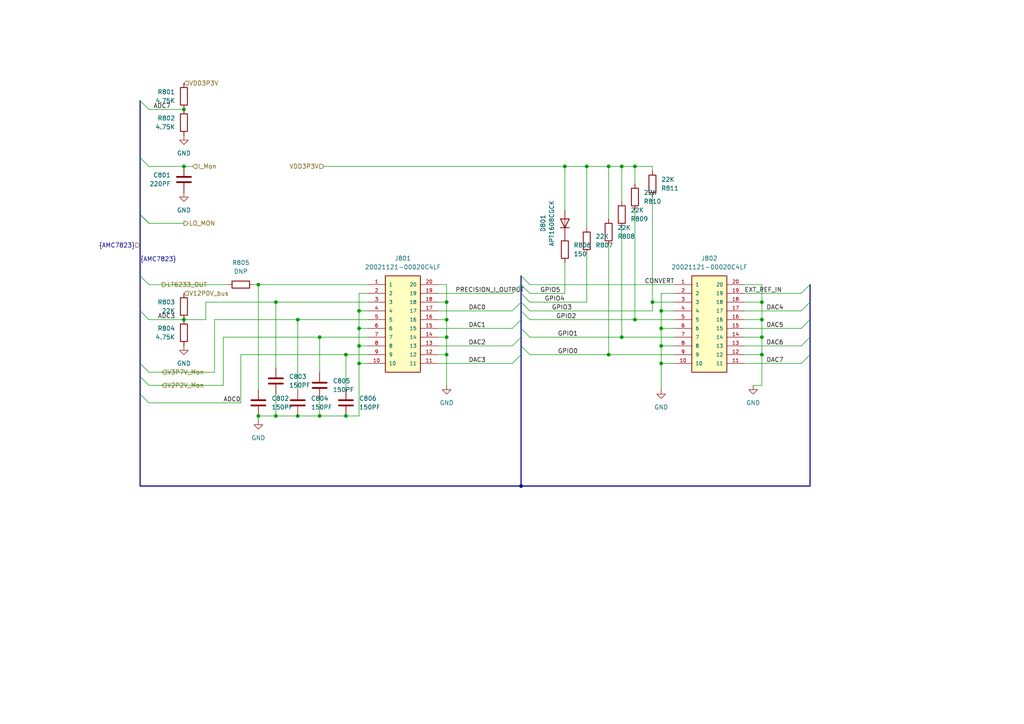
<source format=kicad_sch>
(kicad_sch (version 20231120) (generator "eeschema") (generator_version "8.0")
  (paper "A4")
  (lib_symbols
    (symbol "001_symbol:20021121-00020C4LF" (pin_names (offset 1.016))
      (property "Reference" "J" (at -5.087 12.7175 0))
      (property "Value" "20021121-00020C4LF" (at -5.0855 -17.7993 0))
      (symbol "20021121-00020C4LF_0_0"
        (rectangle (start -5.08 -15.24) (end 5.08 12.7) (stroke (width 0.254)) (fill (type background)))
        (pin passive line (at -10.16 10.16 0) (length 5.08) (name "1") (number "1"))
        (pin passive line (at -10.16 -12.7 0) (length 5.08) (name "10") (number "10"))
        (pin passive line (at 10.16 -12.7 180) (length 5.08) (name "11") (number "11"))
        (pin passive line (at 10.16 -10.16 180) (length 5.08) (name "12") (number "12"))
        (pin passive line (at 10.16 -7.62 180) (length 5.08) (name "13") (number "13"))
        (pin passive line (at 10.16 -5.08 180) (length 5.08) (name "14") (number "14"))
        (pin passive line (at 10.16 -2.54 180) (length 5.08) (name "15") (number "15"))
        (pin passive line (at 10.16 0 180) (length 5.08) (name "16") (number "16"))
        (pin passive line (at 10.16 2.54 180) (length 5.08) (name "17") (number "17"))
        (pin passive line (at 10.16 5.08 180) (length 5.08) (name "18") (number "18"))
        (pin passive line (at 10.16 7.62 180) (length 5.08) (name "19") (number "19"))
        (pin passive line (at -10.16 7.62 0) (length 5.08) (name "2") (number "2"))
        (pin passive line (at 10.16 10.16 180) (length 5.08) (name "20") (number "20"))
        (pin passive line (at -10.16 5.08 0) (length 5.08) (name "3") (number "3"))
        (pin passive line (at -10.16 2.54 0) (length 5.08) (name "4") (number "4"))
        (pin passive line (at -10.16 0 0) (length 5.08) (name "5") (number "5"))
        (pin passive line (at -10.16 -2.54 0) (length 5.08) (name "6") (number "6"))
        (pin passive line (at -10.16 -5.08 0) (length 5.08) (name "7") (number "7"))
        (pin passive line (at -10.16 -7.62 0) (length 5.08) (name "8") (number "8"))
        (pin passive line (at -10.16 -10.16 0) (length 5.08) (name "9") (number "9"))
      )
    )
    (symbol "Device:C" (pin_numbers hide) (pin_names (offset 0.254))
      (property "Reference" "C" (at 0.635 2.54 0))
      (property "Value" "C" (at 0.635 -2.54 0))
      (symbol "C_0_1"
        (polyline (pts (xy -2.032 -0.762) (xy 2.032 -0.762)) (stroke (width 0.508)))
        (polyline (pts (xy -2.032 0.762) (xy 2.032 0.762)) (stroke (width 0.508)))
      )
      (symbol "C_1_1"
        (pin passive line (at 0 3.81 270) (length 2.794) (name "~") (number "1"))
        (pin passive line (at 0 -3.81 90) (length 2.794) (name "~") (number "2"))
      )
    )
    (symbol "Device:D" (pin_numbers hide) (pin_names (offset 1.016) hide)
      (property "Reference" "D" (at 0 2.54 0))
      (property "Value" "D" (at 0 -2.54 0))
      (symbol "D_0_1"
        (polyline (pts (xy -1.27 1.27) (xy -1.27 -1.27)) (stroke (width 0.254)))
        (polyline (pts (xy 1.27 0) (xy -1.27 0)))
        (polyline (pts (xy 1.27 1.27) (xy 1.27 -1.27) (xy -1.27 0) (xy 1.27 1.27)) (stroke (width 0.254)))
      )
      (symbol "D_1_1"
        (pin passive line (at -3.81 0 0) (length 2.54) (name "K") (number "1"))
        (pin passive line (at 3.81 0 180) (length 2.54) (name "A") (number "2"))
      )
    )
    (symbol "Device:R" (pin_numbers hide) (pin_names (offset 0))
      (property "Reference" "R" (at 2.032 0 90))
      (property "Value" "R" (at 0 0 90))
      (symbol "R_0_1"
        (rectangle (start -1.016 -2.54) (end 1.016 2.54) (stroke (width 0.254)))
      )
      (symbol "R_1_1"
        (pin passive line (at 0 3.81 270) (length 1.27) (name "~") (number "1"))
        (pin passive line (at 0 -3.81 90) (length 1.27) (name "~") (number "2"))
      )
    )
    (symbol "power:GND" (power) (pin_numbers hide) (pin_names (offset 0) hide)
      (property "Value" "GND" (at 0 -3.81 0))
      (symbol "GND_0_1"
        (polyline (pts (xy 0 0) (xy 0 -1.27) (xy 1.27 -1.27) (xy 0 -2.54) (xy -1.27 -1.27) (xy 0 -1.27)))
      )
      (symbol "GND_1_1"
        (pin power_in line (at 0 0 270) (length 0) (name "~") (number "1"))
      )
    )
  )
  (junction (at 104.14 105.41))
  (junction (at 129.54 92.71))
  (junction (at 53.34 31.75))
  (junction (at 191.77 95.25))
  (junction (at 104.14 90.17))
  (junction (at 191.77 90.17))
  (junction (at 176.53 48.26))
  (junction (at 191.77 100.33))
  (junction (at 220.98 102.87))
  (junction (at 189.23 87.63))
  (junction (at 170.18 48.26))
  (junction (at 100.33 102.87))
  (junction (at 163.83 48.26))
  (junction (at 180.34 97.79))
  (junction (at 191.77 105.41))
  (junction (at 92.71 120.65))
  (junction (at 151.13 140.97))
  (junction (at 129.54 87.63))
  (junction (at 80.01 120.65))
  (junction (at 53.34 48.26))
  (junction (at 100.33 120.65))
  (junction (at 180.34 48.26))
  (junction (at 220.98 92.71))
  (junction (at 220.98 97.79))
  (junction (at 86.36 120.65))
  (junction (at 176.53 102.87))
  (junction (at 92.71 97.79))
  (junction (at 80.01 87.63))
  (junction (at 129.54 102.87))
  (junction (at 129.54 97.79))
  (junction (at 184.15 48.26))
  (junction (at 220.98 87.63))
  (junction (at 74.93 82.55))
  (junction (at 74.93 120.65))
  (junction (at 104.14 95.25))
  (junction (at 104.14 100.33))
  (junction (at 184.15 92.71))
  (junction (at 86.36 92.71))
  (junction (at 53.34 92.71))
  (bus_entry (at 40.64 105.41) (size 2.54 2.54))
  (bus_entry (at 40.64 80.01) (size 2.54 2.54))
  (bus_entry (at 151.13 97.79) (size -2.54 2.54))
  (bus_entry (at 40.64 29.21) (size 2.54 2.54))
  (bus_entry (at 151.13 80.01) (size 2.54 2.54))
  (bus_entry (at 234.95 102.87) (size -2.54 2.54))
  (bus_entry (at 151.13 95.25) (size 2.54 2.54))
  (bus_entry (at 151.13 92.71) (size -2.54 2.54))
  (bus_entry (at 151.13 87.63) (size 2.54 2.54))
  (bus_entry (at 151.13 102.87) (size -2.54 2.54))
  (bus_entry (at 151.13 85.09) (size 2.54 2.54))
  (bus_entry (at 151.13 82.55) (size 2.54 2.54))
  (bus_entry (at 151.13 90.17) (size 2.54 2.54))
  (bus_entry (at 40.64 45.72) (size 2.54 2.54))
  (bus_entry (at 234.95 87.63) (size -2.54 2.54))
  (bus_entry (at 40.64 109.22) (size 2.54 2.54))
  (bus_entry (at 40.64 90.17) (size 2.54 2.54))
  (bus_entry (at 234.95 97.79) (size -2.54 2.54))
  (bus_entry (at 40.64 62.23) (size 2.54 2.54))
  (bus_entry (at 40.64 62.23) (size 2.54 2.54))
  (bus_entry (at 151.13 87.63) (size -2.54 2.54))
  (bus_entry (at 234.95 82.55) (size -2.54 2.54))
  (bus_entry (at 40.64 114.3) (size 2.54 2.54))
  (bus_entry (at 151.13 100.33) (size 2.54 2.54))
  (bus_entry (at 234.95 92.71) (size -2.54 2.54))
  (bus_entry (at 151.13 82.55) (size -2.54 2.54))
  (wire (pts (xy 170.18 48.26) (xy 170.18 66.04)))
  (wire (pts (xy 92.71 115.57) (xy 92.71 120.65)))
  (wire (pts (xy 176.53 48.26) (xy 176.53 63.5)))
  (wire (pts (xy 215.9 105.41) (xy 232.41 105.41)))
  (wire (pts (xy 232.41 85.09) (xy 215.9 85.09)))
  (bus (pts (xy 151.13 92.71) (xy 151.13 95.25)))
  (wire (pts (xy 74.93 120.65) (xy 74.93 121.92)))
  (wire (pts (xy 215.9 95.25) (xy 232.41 95.25)))
  (wire (pts (xy 195.58 102.87) (xy 176.53 102.87)))
  (wire (pts (xy 191.77 100.33) (xy 195.58 100.33)))
  (wire (pts (xy 215.9 90.17) (xy 232.41 90.17)))
  (wire (pts (xy 180.34 66.04) (xy 180.34 97.79)))
  (wire (pts (xy 129.54 82.55) (xy 129.54 87.63)))
  (wire (pts (xy 184.15 48.26) (xy 189.23 48.26)))
  (wire (pts (xy 153.67 92.71) (xy 184.15 92.71)))
  (bus (pts (xy 151.13 90.17) (xy 151.13 92.71)))
  (wire (pts (xy 220.98 82.55) (xy 220.98 87.63)))
  (wire (pts (xy 215.9 102.87) (xy 220.98 102.87)))
  (wire (pts (xy 129.54 92.71) (xy 129.54 87.63)))
  (wire (pts (xy 191.77 85.09) (xy 191.77 90.17)))
  (wire (pts (xy 127 92.71) (xy 129.54 92.71)))
  (wire (pts (xy 86.36 92.71) (xy 106.68 92.71)))
  (wire (pts (xy 104.14 95.25) (xy 106.68 95.25)))
  (wire (pts (xy 195.58 92.71) (xy 184.15 92.71)))
  (bus (pts (xy 151.13 100.33) (xy 151.13 102.87)))
  (wire (pts (xy 43.18 111.76) (xy 64.77 111.76)))
  (wire (pts (xy 191.77 105.41) (xy 195.58 105.41)))
  (wire (pts (xy 53.34 31.75) (xy 43.18 31.75)))
  (bus (pts (xy 151.13 97.79) (xy 151.13 100.33)))
  (wire (pts (xy 92.71 97.79) (xy 106.68 97.79)))
  (wire (pts (xy 127 100.33) (xy 148.59 100.33)))
  (wire (pts (xy 64.77 111.76) (xy 64.77 97.79)))
  (bus (pts (xy 151.13 102.87) (xy 151.13 140.97)))
  (wire (pts (xy 153.67 87.63) (xy 170.18 87.63)))
  (wire (pts (xy 53.34 92.71) (xy 43.18 92.71)))
  (wire (pts (xy 59.69 87.63) (xy 80.01 87.63)))
  (bus (pts (xy 40.64 114.3) (xy 40.64 140.97)))
  (wire (pts (xy 74.93 120.65) (xy 80.01 120.65)))
  (bus (pts (xy 40.64 105.41) (xy 40.64 109.22)))
  (wire (pts (xy 180.34 48.26) (xy 180.34 58.42)))
  (wire (pts (xy 100.33 102.87) (xy 106.68 102.87)))
  (wire (pts (xy 62.23 107.95) (xy 62.23 92.71)))
  (wire (pts (xy 215.9 92.71) (xy 220.98 92.71)))
  (wire (pts (xy 189.23 87.63) (xy 189.23 57.15)))
  (wire (pts (xy 153.67 97.79) (xy 180.34 97.79)))
  (wire (pts (xy 163.83 48.26) (xy 170.18 48.26)))
  (wire (pts (xy 195.58 97.79) (xy 180.34 97.79)))
  (bus (pts (xy 151.13 140.97) (xy 234.95 140.97)))
  (wire (pts (xy 104.14 85.09) (xy 104.14 90.17)))
  (wire (pts (xy 153.67 90.17) (xy 189.23 90.17)))
  (wire (pts (xy 153.67 102.87) (xy 176.53 102.87)))
  (wire (pts (xy 106.68 85.09) (xy 104.14 85.09)))
  (wire (pts (xy 129.54 97.79) (xy 129.54 92.71)))
  (wire (pts (xy 191.77 105.41) (xy 191.77 113.03)))
  (wire (pts (xy 127 97.79) (xy 129.54 97.79)))
  (wire (pts (xy 86.36 120.65) (xy 92.71 120.65)))
  (wire (pts (xy 127 90.17) (xy 148.59 90.17)))
  (wire (pts (xy 220.98 102.87) (xy 220.98 111.76)))
  (wire (pts (xy 53.34 48.26) (xy 43.18 48.26)))
  (wire (pts (xy 191.77 100.33) (xy 191.77 105.41)))
  (wire (pts (xy 69.85 116.84) (xy 69.85 102.87)))
  (wire (pts (xy 220.98 87.63) (xy 220.98 92.71)))
  (bus (pts (xy 40.64 80.01) (xy 40.64 90.17)))
  (wire (pts (xy 80.01 120.65) (xy 86.36 120.65)))
  (wire (pts (xy 127 105.41) (xy 148.59 105.41)))
  (wire (pts (xy 191.77 95.25) (xy 191.77 100.33)))
  (wire (pts (xy 191.77 95.25) (xy 195.58 95.25)))
  (wire (pts (xy 195.58 85.09) (xy 191.77 85.09)))
  (wire (pts (xy 220.98 111.76) (xy 218.44 111.76)))
  (wire (pts (xy 153.67 82.55) (xy 195.58 82.55)))
  (wire (pts (xy 195.58 87.63) (xy 189.23 87.63)))
  (wire (pts (xy 189.23 48.26) (xy 189.23 49.53)))
  (bus (pts (xy 151.13 82.55) (xy 151.13 85.09)))
  (wire (pts (xy 104.14 90.17) (xy 106.68 90.17)))
  (wire (pts (xy 176.53 102.87) (xy 176.53 71.12)))
  (bus (pts (xy 40.64 90.17) (xy 40.64 105.41)))
  (bus (pts (xy 151.13 80.01) (xy 151.13 82.55)))
  (wire (pts (xy 127 85.09) (xy 148.59 85.09)))
  (wire (pts (xy 64.77 97.79) (xy 92.71 97.79)))
  (bus (pts (xy 234.95 97.79) (xy 234.95 102.87)))
  (bus (pts (xy 151.13 87.63) (xy 151.13 90.17)))
  (bus (pts (xy 40.64 29.21) (xy 40.64 45.72)))
  (bus (pts (xy 151.13 85.09) (xy 151.13 87.63)))
  (wire (pts (xy 170.18 73.66) (xy 170.18 87.63)))
  (wire (pts (xy 163.83 76.2) (xy 163.83 85.09)))
  (wire (pts (xy 43.18 107.95) (xy 62.23 107.95)))
  (wire (pts (xy 129.54 82.55) (xy 127 82.55)))
  (wire (pts (xy 43.18 116.84) (xy 69.85 116.84)))
  (wire (pts (xy 220.98 97.79) (xy 220.98 102.87)))
  (wire (pts (xy 220.98 92.71) (xy 220.98 97.79)))
  (bus (pts (xy 234.95 82.55) (xy 234.95 87.63)))
  (wire (pts (xy 176.53 48.26) (xy 180.34 48.26)))
  (wire (pts (xy 163.83 48.26) (xy 163.83 60.96)))
  (wire (pts (xy 100.33 120.65) (xy 104.14 120.65)))
  (wire (pts (xy 104.14 100.33) (xy 104.14 105.41)))
  (wire (pts (xy 191.77 90.17) (xy 191.77 95.25)))
  (bus (pts (xy 151.13 95.25) (xy 151.13 97.79)))
  (wire (pts (xy 184.15 60.96) (xy 184.15 92.71)))
  (wire (pts (xy 215.9 82.55) (xy 220.98 82.55)))
  (wire (pts (xy 104.14 95.25) (xy 104.14 100.33)))
  (bus (pts (xy 234.95 140.97) (xy 234.95 102.87)))
  (wire (pts (xy 80.01 106.68) (xy 80.01 87.63)))
  (wire (pts (xy 215.9 97.79) (xy 220.98 97.79)))
  (wire (pts (xy 69.85 102.87) (xy 100.33 102.87)))
  (wire (pts (xy 74.93 82.55) (xy 73.66 82.55)))
  (wire (pts (xy 129.54 111.76) (xy 129.54 102.87)))
  (wire (pts (xy 43.18 82.55) (xy 66.04 82.55)))
  (wire (pts (xy 127 102.87) (xy 129.54 102.87)))
  (wire (pts (xy 104.14 100.33) (xy 106.68 100.33)))
  (wire (pts (xy 93.98 48.26) (xy 163.83 48.26)))
  (wire (pts (xy 104.14 105.41) (xy 106.68 105.41)))
  (wire (pts (xy 129.54 102.87) (xy 129.54 97.79)))
  (wire (pts (xy 55.88 48.26) (xy 53.34 48.26)))
  (wire (pts (xy 80.01 87.63) (xy 106.68 87.63)))
  (wire (pts (xy 104.14 105.41) (xy 104.14 120.65)))
  (wire (pts (xy 59.69 92.71) (xy 59.69 87.63)))
  (wire (pts (xy 180.34 48.26) (xy 184.15 48.26)))
  (wire (pts (xy 106.68 82.55) (xy 74.93 82.55)))
  (bus (pts (xy 234.95 87.63) (xy 234.95 92.71)))
  (wire (pts (xy 74.93 82.55) (xy 74.93 113.03)))
  (bus (pts (xy 234.95 92.71) (xy 234.95 97.79)))
  (wire (pts (xy 215.9 87.63) (xy 220.98 87.63)))
  (wire (pts (xy 43.18 64.77) (xy 53.34 64.77)))
  (bus (pts (xy 40.64 140.97) (xy 151.13 140.97)))
  (wire (pts (xy 127 87.63) (xy 129.54 87.63)))
  (wire (pts (xy 163.83 85.09) (xy 153.67 85.09)))
  (wire (pts (xy 100.33 113.03) (xy 100.33 102.87)))
  (wire (pts (xy 86.36 92.71) (xy 86.36 113.03)))
  (wire (pts (xy 62.23 92.71) (xy 86.36 92.71)))
  (bus (pts (xy 40.64 62.23) (xy 40.64 80.01)))
  (wire (pts (xy 189.23 90.17) (xy 189.23 87.63)))
  (wire (pts (xy 215.9 100.33) (xy 232.41 100.33)))
  (wire (pts (xy 80.01 114.3) (xy 80.01 120.65)))
  (wire (pts (xy 92.71 97.79) (xy 92.71 107.95)))
  (wire (pts (xy 92.71 120.65) (xy 100.33 120.65)))
  (wire (pts (xy 104.14 90.17) (xy 104.14 95.25)))
  (bus (pts (xy 40.64 45.72) (xy 40.64 62.23)))
  (wire (pts (xy 53.34 92.71) (xy 59.69 92.71)))
  (bus (pts (xy 40.64 109.22) (xy 40.64 114.3)))
  (wire (pts (xy 191.77 90.17) (xy 195.58 90.17)))
  (wire (pts (xy 170.18 48.26) (xy 176.53 48.26)))
  (wire (pts (xy 184.15 48.26) (xy 184.15 53.34)))
  (wire (pts (xy 127 95.25) (xy 148.59 95.25)))
  (label "DAC2" (at 135.89 100.33 0))
  (label "GPIO2" (at 161.29 92.71 0))
  (label "EXT_REF_IN" (at 215.9 85.09 0))
  (label "GPIO0" (at 167.64 102.87 180))
  (label "DAC5" (at 222.25 95.25 0))
  (label "GPIO1" (at 167.64 97.79 180))
  (label "DAC7" (at 222.25 105.41 0))
  (label "DAC3" (at 135.89 105.41 0))
  (label "GPIO4" (at 163.83 87.63 180))
  (label "GPIO3" (at 160.02 90.17 0))
  (label "DAC1" (at 135.89 95.25 0))
  (label "GPIO5" (at 162.56 85.09 180))
  (label "DAC6" (at 222.25 100.33 0))
  (label "PRECISION_I_OUTPUT" (at 132.08 85.09 0))
  (label "{AMC7823}" (at 40.64 76.2 0))
  (label "DAC4" (at 222.25 90.17 0))
  (label "DAC0" (at 135.89 90.17 0))
  (label "ADC3" (at 50.8 92.71 180))
  (label "CONVERT" (at 195.58 82.55 180))
  (label "ADC7" (at 49.53 31.75 180))
  (label "ADC0" (at 64.77 116.84 0))
  (hierarchical_label "V2P2V_Mon" (shape input) (at 46.99 111.76 0))
  (hierarchical_label "V12P0V_bus" (shape input) (at 53.34 85.09 0))
  (hierarchical_label "LT6233_OUT" (shape output) (at 46.99 82.55 0))
  (hierarchical_label "VDD3P3V" (shape input) (at 93.98 48.26 180))
  (hierarchical_label "I_Mon" (shape input) (at 55.88 48.26 0))
  (hierarchical_label "LO_MON" (shape output) (at 53.34 64.77 0))
  (hierarchical_label "VDD3P3V" (shape input) (at 53.34 24.13 0))
  (hierarchical_label "V3P7V_Mon" (shape input) (at 46.99 107.95 0))
  (hierarchical_label "{AMC7823}" (shape input) (at 40.64 71.12 180))
  (symbol (lib_id "Device:D") (at 163.83 64.77 90) (unit 1)
    (property "Reference" "D801" (at 157.48 64.77 0))
    (property "Value" "APT1608CGCK" (at 160.02 64.77 0))
    (property "Footprint" "LED_SMD:LED_0603_1608Metric" (effects (hide yes)))
    (property "Description" "Diode" (effects (hide yes)))
    (property "Vendor" "digikey:754-1116-1-ND" (effects (hide yes)))
  )
  (symbol (lib_id "001_symbol:20021121-00020C4LF") (at 205.74 92.71 0) (unit 1)
    (property "Reference" "J802" (at 205.74 74.93 0))
    (property "Value" "20021121-00020C4LF" (at 205.74 77.47 0))
    (property "Footprint" "001_download:AMPHENOL_20021121-00020C4LF" (effects (hide yes)))
    (property "Vendor" "digikey:609-3698-1-ND" (effects (hide yes)))
  )
  (symbol (lib_id "Device:R") (at 184.15 57.15 0) (mirror x) (unit 1)
    (property "Reference" "R810" (at 186.69 58.4201 0) (effects (justify left)))
    (property "Value" "22K" (at 186.69 55.8801 0) (effects (justify left)))
    (property "Footprint" "Resistor_SMD:R_0603_1608Metric" (effects (hide yes)))
    (property "Description" "Resistor" (effects (hide yes)))
    (property "Vendor" "digikey:311-22.0KHRCT-ND" (effects (hide yes)))
  )
  (symbol (lib_id "Device:R") (at 176.53 67.31 0) (mirror x) (unit 1)
    (property "Reference" "R808" (at 179.07 68.5801 0) (effects (justify left)))
    (property "Value" "22K" (at 179.07 66.0401 0) (effects (justify left)))
    (property "Footprint" "Resistor_SMD:R_0603_1608Metric" (effects (hide yes)))
    (property "Description" "Resistor" (effects (hide yes)))
    (property "Vendor" "digikey:311-22.0KHRCT-ND" (effects (hide yes)))
  )
  (symbol (lib_id "power:GND") (at 191.77 113.03 0) (mirror y) (unit 1)
    (property "Reference" "#PWR0806" (effects (hide yes)))
    (property "Value" "GND" (at 191.77 118.11 0))
    (property "Description" "Power symbol creates a global label with name \"GND\" , ground" (effects (hide yes)))
  )
  (symbol (lib_id "Device:R") (at 53.34 35.56 0) (mirror y) (unit 1)
    (property "Reference" "R802" (at 50.8 34.2899 0) (effects (justify left)))
    (property "Value" "4.75K" (at 50.8 36.8299 0) (effects (justify left)))
    (property "Footprint" "Resistor_SMD:R_0603_1608Metric" (effects (hide yes)))
    (property "Description" "Resistor" (effects (hide yes)))
    (property "Vendor" "digikey:311-4.75KHRCT-ND" (effects (hide yes)))
  )
  (symbol (lib_id "Device:R") (at 53.34 88.9 0) (mirror x) (unit 1)
    (property "Reference" "R803" (at 50.8 87.6299 0) (effects (justify right)))
    (property "Value" "22K" (at 50.8 90.1699 0) (effects (justify right)))
    (property "Footprint" "Resistor_SMD:R_0603_1608Metric" (effects (hide yes)))
    (property "Description" "Resistor" (effects (hide yes)))
    (property "Vendor" "digikey:311-22.0KHRCT-ND" (effects (hide yes)))
  )
  (symbol (lib_id "Device:R") (at 180.34 62.23 0) (mirror x) (unit 1)
    (property "Reference" "R809" (at 182.88 63.5001 0) (effects (justify left)))
    (property "Value" "22K" (at 182.88 60.9601 0) (effects (justify left)))
    (property "Footprint" "Resistor_SMD:R_0603_1608Metric" (effects (hide yes)))
    (property "Description" "Resistor" (effects (hide yes)))
    (property "Vendor" "digikey:311-22.0KHRCT-ND" (effects (hide yes)))
  )
  (symbol (lib_id "Device:C") (at 74.93 116.84 0) (unit 1)
    (property "Reference" "C802" (at 78.74 115.5699 0) (effects (justify left)))
    (property "Value" "150PF" (at 78.74 118.1099 0) (effects (justify left)))
    (property "Footprint" "Capacitor_SMD:C_0603_1608Metric" (effects (hide yes)))
    (property "Description" "Unpolarized capacitor" (effects (hide yes)))
    (property "Vendor" "digikey:1276-1280-1-ND" (effects (hide yes)))
  )
  (symbol (lib_id "Device:C") (at 86.36 116.84 0) (unit 1)
    (property "Reference" "C804" (at 90.17 115.5699 0) (effects (justify left)))
    (property "Value" "150PF" (at 90.17 118.1099 0) (effects (justify left)))
    (property "Footprint" "Capacitor_SMD:C_0603_1608Metric" (effects (hide yes)))
    (property "Description" "Unpolarized capacitor" (effects (hide yes)))
    (property "Vendor" "digikey:1276-1280-1-ND" (effects (hide yes)))
  )
  (symbol (lib_id "Device:C") (at 92.71 111.76 0) (unit 1)
    (property "Reference" "C805" (at 96.52 110.4899 0) (effects (justify left)))
    (property "Value" "150PF" (at 96.52 113.0299 0) (effects (justify left)))
    (property "Footprint" "Capacitor_SMD:C_0603_1608Metric" (effects (hide yes)))
    (property "Description" "Unpolarized capacitor" (effects (hide yes)))
    (property "Vendor" "digikey:1276-1280-1-ND" (effects (hide yes)))
  )
  (symbol (lib_id "power:GND") (at 53.34 39.37 0) (mirror y) (unit 1)
    (property "Reference" "#PWR0801" (effects (hide yes)))
    (property "Value" "GND" (at 53.34 44.45 0))
    (property "Description" "Power symbol creates a global label with name \"GND\" , ground" (effects (hide yes)))
  )
  (symbol (lib_id "power:GND") (at 129.54 111.76 0) (mirror y) (unit 1)
    (property "Reference" "#PWR0805" (effects (hide yes)))
    (property "Value" "GND" (at 129.54 116.84 0))
    (property "Description" "Power symbol creates a global label with name \"GND\" , ground" (effects (hide yes)))
  )
  (symbol (lib_id "Device:C") (at 53.34 52.07 0) (mirror x) (unit 1)
    (property "Reference" "C801" (at 49.53 50.7999 0) (effects (justify right)))
    (property "Value" "220PF" (at 49.53 53.3399 0) (effects (justify right)))
    (property "Footprint" "Capacitor_SMD:C_0402_1005Metric" (effects (hide yes)))
    (property "Description" "Unpolarized capacitor" (effects (hide yes)))
    (property "Vendor" "digikey:490-1293-1-ND" (effects (hide yes)))
  )
  (symbol (lib_id "power:GND") (at 74.93 121.92 0) (mirror y) (unit 1)
    (property "Reference" "#PWR0804" (effects (hide yes)))
    (property "Value" "GND" (at 74.93 127 0))
    (property "Description" "Power symbol creates a global label with name \"GND\" , ground" (effects (hide yes)))
  )
  (symbol (lib_id "power:GND") (at 218.44 111.76 0) (mirror y) (unit 1)
    (property "Reference" "#PWR0807" (effects (hide yes)))
    (property "Value" "GND" (at 218.44 116.84 0))
    (property "Description" "Power symbol creates a global label with name \"GND\" , ground" (effects (hide yes)))
  )
  (symbol (lib_id "Device:C") (at 80.01 110.49 0) (unit 1)
    (property "Reference" "C803" (at 83.82 109.2199 0) (effects (justify left)))
    (property "Value" "150PF" (at 83.82 111.7599 0) (effects (justify left)))
    (property "Footprint" "Capacitor_SMD:C_0603_1608Metric" (effects (hide yes)))
    (property "Description" "Unpolarized capacitor" (effects (hide yes)))
    (property "Vendor" "digikey:1276-1280-1-ND" (effects (hide yes)))
  )
  (symbol (lib_id "power:GND") (at 53.34 55.88 0) (mirror y) (unit 1)
    (property "Reference" "#PWR0802" (effects (hide yes)))
    (property "Value" "GND" (at 53.34 60.96 0))
    (property "Description" "Power symbol creates a global label with name \"GND\" , ground" (effects (hide yes)))
  )
  (symbol (lib_id "Device:R") (at 163.83 72.39 0) (unit 1)
    (property "Reference" "R806" (at 166.37 71.1199 0) (effects (justify left)))
    (property "Value" "150" (at 166.37 73.6599 0) (effects (justify left)))
    (property "Footprint" "Resistor_SMD:R_0603_1608Metric" (effects (hide yes)))
    (property "Description" "Resistor" (effects (hide yes)))
    (property "Vendor" "digikey:311-150HRCT-ND" (effects (hide yes)))
  )
  (symbol (lib_id "Device:R") (at 189.23 53.34 0) (mirror x) (unit 1)
    (property "Reference" "R811" (at 191.77 54.6101 0) (effects (justify left)))
    (property "Value" "22K" (at 191.77 52.0701 0) (effects (justify left)))
    (property "Footprint" "Resistor_SMD:R_0603_1608Metric" (effects (hide yes)))
    (property "Description" "Resistor" (effects (hide yes)))
    (property "Vendor" "digikey:311-22.0KHRCT-ND" (effects (hide yes)))
  )
  (symbol (lib_id "power:GND") (at 53.34 100.33 0) (mirror y) (unit 1)
    (property "Reference" "#PWR0803" (effects (hide yes)))
    (property "Value" "GND" (at 53.34 105.41 0))
    (property "Description" "Power symbol creates a global label with name \"GND\" , ground" (effects (hide yes)))
  )
  (symbol (lib_id "Device:R") (at 53.34 96.52 0) (mirror y) (unit 1)
    (property "Reference" "R804" (at 50.8 95.2499 0) (effects (justify left)))
    (property "Value" "4.75K" (at 50.8 97.7899 0) (effects (justify left)))
    (property "Footprint" "Resistor_SMD:R_0603_1608Metric" (effects (hide yes)))
    (property "Description" "Resistor" (effects (hide yes)))
    (property "Vendor" "digikey:311-4.75KHRCT-ND" (effects (hide yes)))
  )
  (symbol (lib_id "Device:R") (at 170.18 69.85 0) (mirror x) (unit 1)
    (property "Reference" "R807" (at 172.72 71.1201 0) (effects (justify left)))
    (property "Value" "22K" (at 172.72 68.5801 0) (effects (justify left)))
    (property "Footprint" "Resistor_SMD:R_0603_1608Metric" (effects (hide yes)))
    (property "Description" "Resistor" (effects (hide yes)))
    (property "Vendor" "digikey:311-22.0KHRCT-ND" (effects (hide yes)))
  )
  (symbol (lib_id "Device:R") (at 69.85 82.55 270) (unit 1)
    (property "Reference" "R805" (at 69.85 76.2 90))
    (property "Value" "DNP" (at 69.85 78.74 90))
    (property "Footprint" "Resistor_SMD:R_0603_1608Metric" (effects (hide yes)))
    (property "Description" "Resistor" (effects (hide yes)))
  )
  (symbol (lib_id "Device:C") (at 100.33 116.84 0) (unit 1)
    (property "Reference" "C806" (at 104.14 115.5699 0) (effects (justify left)))
    (property "Value" "150PF" (at 104.14 118.1099 0) (effects (justify left)))
    (property "Footprint" "Capacitor_SMD:C_0603_1608Metric" (effects (hide yes)))
    (property "Description" "Unpolarized capacitor" (effects (hide yes)))
    (property "Vendor" "digikey:1276-1280-1-ND" (effects (hide yes)))
  )
  (symbol (lib_id "001_symbol:20021121-00020C4LF") (at 116.84 92.71 0) (unit 1)
    (property "Reference" "J801" (at 116.84 74.93 0))
    (property "Value" "20021121-00020C4LF" (at 116.84 77.47 0))
    (property "Footprint" "001_download:AMPHENOL_20021121-00020C4LF" (effects (hide yes)))
    (property "Vendor" "digikey:609-3698-1-ND" (effects (hide yes)))
  )
  (symbol (lib_id "Device:R") (at 53.34 27.94 0) (mirror x) (unit 1)
    (property "Reference" "R801" (at 50.8 26.6699 0) (effects (justify right)))
    (property "Value" "4.75K" (at 50.8 29.2099 0) (effects (justify right)))
    (property "Footprint" "Resistor_SMD:R_0603_1608Metric" (effects (hide yes)))
    (property "Description" "Resistor" (effects (hide yes)))
    (property "Vendor" "digikey:311-4.75KHRCT-ND" (effects (hide yes)))
  )
)
</source>
